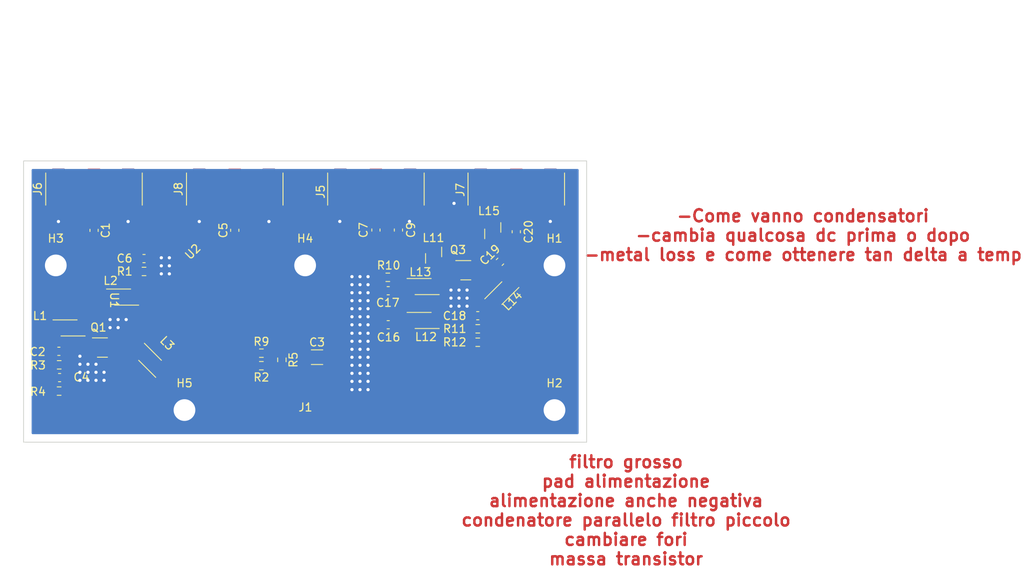
<source format=kicad_pcb>
(kicad_pcb (version 20211014) (generator pcbnew)
  (layers (0 "F.Cu" signal) (31 "B.Cu" power) (34 "B.Paste" user) (35 "F.Paste" user) (36 "B.SilkS" user "B.Silkscreen") (37 "F.SilkS" user "F.Silkscreen") (38 "B.Mask" user) (39 "F.Mask" user) (44 "Edge.Cuts" user))
  (net 0 "")
  (net 1 "/Amplifier1/RF1_IN")
  (net 2 "GND")
  (net 3 "/Amplifier1/DC1_2")
  (net 4 "/Amplifier1/RF1_IN_BM")
  (net 5 "/Amplifier1/DC1_1")
  (net 6 "/Amplifier1/RF1_OUT_AM")
  (net 7 "/Amplifier1/DC1_3")
  (net 8 "Net-(C7-Pad2)")
  (net 9 "/Amplifier1/RF1_OUT")
  (net 10 "/DC")
  (net 11 "/Amplifier1/RF1_OUT_BF")
  (net 12 "Net-(C16-Pad1)")
  (net 13 "Net-(C19-Pad2)")
  (net 14 "/Amplifier1/VCC")
  (net 15 "/Amplifier2/VCC")
  (net 16 "/Amplifier2/RF2_IN")
  (net 17 "/Amplifier2/DC2_3")
  (net 18 "/Amplifier2/DC2_1")
  (net 19 "/Amplifier2/RF2_OUT_BM")
  (net 20 "/Amplifier2/STAGE2_OUT")
  (net 21 "/Amplifier2/RF2_IN_AM")
  (net 22 "/Amplifier1/RF1_IN_AM")
  (net 23 "Net-(J1-Pad1)")
  (footprint "Capacitor_SMD:C_0603_1608Metric" (layer "F.Cu") (at 91.56 80.44 -90)
    (fp_text reference "C1" (at 0 -1.43 90) (layer "F.SilkS"))
    (fp_text value "100pF")
    (fp_line (start -0.14058 -0.51) (end 0.14058 -0.51) (layer "F.SilkS") (width 0.12))
    (fp_line (start -0.14058 0.51) (end 0.14058 0.51) (layer "F.SilkS") (width 0.12))
    (pad "1" smd roundrect (at -0.775 0 270) (size 0.9 0.95) (layers "F.Cu" "F.Paste" "F.Mask") (net 1 "/Amplifier1/RF1_IN"))
    (pad "2" smd roundrect (at 0.775 0 270) (size 0.9 0.95) (layers "F.Cu" "F.Paste" "F.Mask") (net 4 "/Amplifier1/RF1_IN_BM"))
  )
  (footprint "MountingHole:MountingHole_2.7mm_M2.5_DIN965_Pad_TopBottom" (layer "F.Cu") (at 102.8 102.8)
    (fp_text reference "H5" (at 0 -3.35) (layer "F.SilkS"))
    (fp_text value "MountingHole_Pad")
    (pad "1" thru_hole circle (at 0 0) (size 3.1 3.1) (drill 2.7) (layers *.Cu *.Mask) (net 2 "GND"))
    (pad "1" connect circle (at 0 0) (size 4.7 4.7) (layers "F.Cu" "F.Mask") (net 2 "GND"))
    (pad "1" connect circle (at 0 0) (size 4.7 4.7) (layers "B.Cu" "B.Mask") (net 2 "GND"))
  )
  (footprint "Nicobigio01:Linx_CONSMA003.031-L-G" (layer "F.Cu") (at 126.6 75.3 90)
    (fp_text reference "J5" (at -0.33 -6.88 90 unlocked) (layer "F.SilkS"))
    (fp_text value "AMP2_IN")
    (fp_line (start -2 6) (end 2 6) (layer "F.SilkS") (width 0.12))
    (fp_line (start 2 -6) (end -2 -6) (layer "F.SilkS") (width 0.12))
    (pad "1" smd rect (at 0 0 90) (size 5.08 1.52) (layers "F.Cu" "F.Paste" "F.Mask") (net 16 "/Amplifier2/RF2_IN"))
    (pad "2" smd rect (at 0 4.24 90) (size 5.08 1.52) (layers "B.Cu" "F.Paste" "F.Mask") (net 2 "GND"))
    (pad "2" smd rect (at 0 -4.42 90) (size 5.08 1.52) (layers "F.Cu" "F.Paste" "F.Mask") (net 2 "GND"))
    (pad "2" smd rect (at 0 -4.42 90) (size 5.08 1.52) (layers "B.Cu" "F.Paste" "F.Mask") (net 2 "GND"))
    (pad "2" smd rect (at 0 4.24 90) (size 5.08 1.52) (layers "F.Cu" "F.Paste" "F.Mask") (net 2 "GND"))
  )
  (footprint "MountingHole:MountingHole_2.7mm_M2.5_DIN965_Pad_TopBottom" (layer "F.Cu") (at 148.8 84.8)
    (fp_text reference "H1" (at 0 -3.35) (layer "F.SilkS"))
    (fp_text value "MountingHole_Pad")
    (pad "1" connect circle (at 0 0) (size 4.7 4.7) (layers "B.Cu" "B.Mask") (net 2 "GND"))
    (pad "1" connect circle (at 0 0) (size 4.7 4.7) (layers "F.Cu" "F.Mask") (net 2 "GND"))
    (pad "1" thru_hole circle (at 0 0) (size 3.1 3.1) (drill 2.7) (layers *.Cu *.Mask) (net 2 "GND"))
  )
  (footprint "Resistor_SMD:R_0603_1608Metric" (layer "F.Cu") (at 112.36 95.72)
    (fp_text reference "R9" (at 0 -1.43) (layer "F.SilkS"))
    (fp_text value "0Ω")
    (fp_line (start -0.237258 0.5225) (end 0.237258 0.5225) (layer "F.SilkS") (width 0.12))
    (fp_line (start -0.237258 -0.5225) (end 0.237258 -0.5225) (layer "F.SilkS") (width 0.12))
    (pad "1" smd roundrect (at -0.825 0) (size 0.8 0.95) (layers "F.Cu" "F.Paste" "F.Mask") (net 14 "/Amplifier1/VCC"))
    (pad "2" smd roundrect (at 0.825 0) (size 0.8 0.95) (layers "F.Cu" "F.Paste" "F.Mask") (net 10 "/DC"))
  )
  (footprint "Nicobigio01:Coilcraft_1606-xxLx" (layer "F.Cu") (at 132.47 87.43)
    (fp_text reference "L13" (at -0.35 -1.8 unlocked) (layer "F.SilkS"))
    (fp_text value "7.15nH")
    (fp_line (start -1 1) (end 2 1) (layer "F.SilkS") (width 0.12))
    (fp_line (start 1 -1) (end -2 -1) (layer "F.SilkS") (width 0.12))
    (pad "1" smd rect (at -1.83 0.51) (size 0.79 2.46) (layers "F.Cu" "F.Paste" "F.Mask") (net 17 "/Amplifier2/DC2_3"))
    (pad "2" smd rect (at 1.83 -0.51) (size 0.79 2.46) (layers "F.Cu" "F.Paste" "F.Mask") (net 21 "/Amplifier2/RF2_IN_AM"))
  )
  (footprint "Nicobigio01:Linx_CONSMA003.031-L-G" (layer "F.Cu") (at 91.55 75.3 90)
    (fp_text reference "J6" (at 0 -7 90 unlocked) (layer "F.SilkS"))
    (fp_text value "AMP3_IN")
    (fp_line (start 2 -6) (end -2 -6) (layer "F.SilkS") (width 0.12))
    (fp_line (start -2 6) (end 2 6) (layer "F.SilkS") (width 0.12))
    (pad "1" smd rect (at 0 0 90) (size 5.08 1.52) (layers "F.Cu" "F.Paste" "F.Mask") (net 1 "/Amplifier1/RF1_IN"))
    (pad "2" smd rect (at 0 4.24 90) (size 5.08 1.52) (layers "F.Cu" "F.Paste" "F.Mask") (net 2 "GND"))
    (pad "2" smd rect (at 0 4.24 90) (size 5.08 1.52) (layers "B.Cu" "F.Paste" "F.Mask") (net 2 "GND"))
    (pad "2" smd rect (at 0 -4.42 90) (size 5.08 1.52) (layers "F.Cu" "F.Paste" "F.Mask") (net 2 "GND"))
    (pad "2" smd rect (at 0 -4.42 90) (size 5.08 1.52) (layers "B.Cu" "F.Paste" "F.Mask") (net 2 "GND"))
  )
  (footprint "Resistor_SMD:R_0603_1608Metric" (layer "F.Cu") (at 114.91 96.55 -90)
    (fp_text reference "R5" (at 0 -1.43 90) (layer "F.SilkS"))
    (fp_text value "1Ω")
    (fp_line (start -0.237258 -0.5225) (end 0.237258 -0.5225) (layer "F.SilkS") (width 0.12))
    (fp_line (start -0.237258 0.5225) (end 0.237258 0.5225) (layer "F.SilkS") (width 0.12))
    (pad "1" smd roundrect (at -0.825 0 270) (size 0.8 0.95) (layers "F.Cu" "F.Paste" "F.Mask") (net 10 "/DC"))
    (pad "2" smd roundrect (at 0.825 0 270) (size 0.8 0.95) (layers "F.Cu" "F.Paste" "F.Mask") (net 23 "Net-(J1-Pad1)"))
  )
  (footprint "Nicobigio01:Coilcraft_1606-xxLx" (layer "F.Cu") (at 98.52 96.61 -45)
    (fp_text reference "L3" (at 0 -3 -45 unlocked) (layer "F.SilkS"))
    (fp_text value "7.15nH")
    (fp_line (start -1 1) (end 2 1) (layer "F.SilkS") (width 0.12))
    (fp_line (start 1 -1) (end -2 -1) (layer "F.SilkS") (width 0.12))
    (pad "1" smd rect (at -1.83 0.51 315) (size 0.79 2.46) (layers "F.Cu" "F.Paste" "F.Mask") (net 11 "/Amplifier1/RF1_OUT_BF"))
    (pad "2" smd rect (at 1.83 -0.51 315) (size 0.79 2.46) (layers "F.Cu" "F.Paste" "F.Mask") (net 5 "/Amplifier1/DC1_1"))
  )
  (footprint "Capacitor_SMD:C_0603_1608Metric" (layer "F.Cu") (at 129.4 80.4 90)
    (fp_text reference "C9" (at 0 1.55 90) (layer "F.SilkS"))
    (fp_text value "1.45pF")
    (fp_line (start -0.14058 -0.51) (end 0.14058 -0.51) (layer "F.SilkS") (width 0.12))
    (fp_line (start -0.14058 0.51) (end 0.14058 0.51) (layer "F.SilkS") (width 0.12))
    (pad "1" smd roundrect (at -0.775 0 90) (size 0.9 0.95) (layers "F.Cu" "F.Paste" "F.Mask") (net 8 "Net-(C7-Pad2)"))
    (pad "2" smd roundrect (at 0.775 0 90) (size 0.9 0.95) (layers "F.Cu" "F.Paste" "F.Mask") (net 2 "GND"))
  )
  (footprint "Nicobigio01:SOT-343" (layer "F.Cu") (at 92.6 95.02)
    (fp_text reference "Q1" (at -0.5 -2.5 unlocked) (layer "F.SilkS"))
    (fp_text value "BFP640")
    (fp_line (start -1.25 -1.2) (end 0.625 -1.2) (layer "F.SilkS") (width 0.12))
    (fp_line (start -0.625 1.2) (end 0.625 1.2) (layer "F.SilkS") (width 0.12))
    (pad "1" smd rect (at -1.01 -0.65) (size 0.58 0.5) (layers "F.Cu" "F.Paste" "F.Mask") (net 22 "/Amplifier1/RF1_IN_AM"))
    (pad "2" smd rect (at -1.01 0.5) (size 0.58 0.8) (layers "F.Cu" "F.Paste" "F.Mask") (net 2 "GND"))
    (pad "3" smd rect (at 1.01 0.65) (size 0.58 0.5) (layers "F.Cu" "F.Paste" "F.Mask") (net 11 "/Amplifier1/RF1_OUT_BF"))
    (pad "4" smd rect (at 1.01 -0.65) (size 0.58 0.5) (layers "F.Cu" "F.Paste" "F.Mask") (net 2 "GND"))
  )
  (footprint "Nicobigio01:SOT-343" (layer "F.Cu") (at 137.775 85.4)
    (fp_text reference "Q3" (at -0.975 -2.54 unlocked) (layer "F.SilkS"))
    (fp_text value "BFP640")
    (fp_line (start -0.625 1.2) (end 0.625 1.2) (layer "F.SilkS") (width 0.12))
    (fp_line (start -1.25 -1.2) (end 0.625 -1.2) (layer "F.SilkS") (width 0.12))
    (pad "1" smd rect (at -1.01 -0.65) (size 0.58 0.5) (layers "F.Cu" "F.Paste" "F.Mask") (net 21 "/Amplifier2/RF2_IN_AM"))
    (pad "2" smd rect (at -1.01 0.5) (size 0.58 0.8) (layers "F.Cu" "F.Paste" "F.Mask") (net 2 "GND"))
    (pad "3" smd rect (at 1.01 0.65) (size 0.58 0.5) (layers "F.Cu" "F.Paste" "F.Mask") (net 19 "/Amplifier2/RF2_OUT_BM"))
    (pad "4" smd rect (at 1.01 -0.65) (size 0.58 0.5) (layers "F.Cu" "F.Paste" "F.Mask") (net 2 "GND"))
  )
  (footprint "Capacitor_SMD:C_0603_1608Metric" (layer "F.Cu") (at 126.6 80.4 -90)
    (fp_text reference "C7" (at 0 1.55 90) (layer "F.SilkS"))
    (fp_text value "100pF")
    (fp_line (start -0.14058 -0.51) (end 0.14058 -0.51) (layer "F.SilkS") (width 0.12))
    (fp_line (start -0.14058 0.51) (end 0.14058 0.51) (layer "F.SilkS") (width 0.12))
    (pad "1" smd roundrect (at -0.775 0 270) (size 0.9 0.95) (layers "F.Cu" "F.Paste" "F.Mask") (net 16 "/Amplifier2/RF2_IN"))
    (pad "2" smd roundrect (at 0.775 0 270) (size 0.9 0.95) (layers "F.Cu" "F.Paste" "F.Mask") (net 8 "Net-(C7-Pad2)"))
  )
  (footprint "Capacitor_SMD:C_0603_1608Metric" (layer "F.Cu") (at 128.13 87.95 180)
    (fp_text reference "C17" (at 0.05 -1.49) (layer "F.SilkS"))
    (fp_text value "100pF")
    (fp_line (start -0.14058 -0.51) (end 0.14058 -0.51) (layer "F.SilkS") (width 0.12))
    (fp_line (start -0.14058 0.51) (end 0.14058 0.51) (layer "F.SilkS") (width 0.12))
    (pad "1" smd roundrect (at -0.775 0 180) (size 0.9 0.95) (layers "F.Cu" "F.Paste" "F.Mask") (net 17 "/Amplifier2/DC2_3"))
    (pad "2" smd roundrect (at 0.775 0 180) (size 0.9 0.95) (layers "F.Cu" "F.Paste" "F.Mask") (net 2 "GND"))
  )
  (footprint "Resistor_SMD:R_0603_1608Metric" (layer "F.Cu") (at 112.36 97.28)
    (fp_text reference "R2" (at 0 1.45) (layer "F.SilkS"))
    (fp_text value "0Ω")
    (fp_line (start -0.237258 -0.5225) (end 0.237258 -0.5225) (layer "F.SilkS") (width 0.12))
    (fp_line (start -0.237258 0.5225) (end 0.237258 0.5225) (layer "F.SilkS") (width 0.12))
    (pad "1" smd roundrect (at -0.825 0) (size 0.8 0.95) (layers "F.Cu" "F.Paste" "F.Mask") (net 15 "/Amplifier2/VCC"))
    (pad "2" smd roundrect (at 0.825 0) (size 0.8 0.95) (layers "F.Cu" "F.Paste" "F.Mask") (net 10 "/DC"))
  )
  (footprint "Capacitor_SMD:C_0603_1608Metric" (layer "F.Cu") (at 87.185 95.49)
    (fp_text reference "C2" (at -2.635 0.06) (layer "F.SilkS"))
    (fp_text value "100pF")
    (fp_line (start -0.14058 0.51) (end 0.14058 0.51) (layer "F.SilkS") (width 0.12))
    (fp_line (start -0.14058 -0.51) (end 0.14058 -0.51) (layer "F.SilkS") (width 0.12))
    (pad "1" smd roundrect (at -0.775 0) (size 0.9 0.95) (layers "F.Cu" "F.Paste" "F.Mask") (net 3 "/Amplifier1/DC1_2"))
    (pad "2" smd roundrect (at 0.775 0) (size 0.9 0.95) (layers "F.Cu" "F.Paste" "F.Mask") (net 2 "GND"))
  )
  (footprint "Resistor_SMD:R_0603_1608Metric" (layer "F.Cu") (at 97.77 85.55)
    (fp_text reference "R1" (at -2.4 0) (layer "F.SilkS"))
    (fp_text value "Ω")
    (fp_line (start -0.237258 0.5225) (end 0.237258 0.5225) (layer "F.SilkS") (width 0.12))
    (fp_line (start -0.237258 -0.5225) (end 0.237258 -0.5225) (layer "F.SilkS") (width 0.12))
    (pad "1" smd roundrect (at -0.825 0) (size 0.8 0.95) (layers "F.Cu" "F.Paste" "F.Mask") (net 7 "/Amplifier1/DC1_3"))
    (pad "2" smd roundrect (at 0.825 0) (size 0.8 0.95) (layers "F.Cu" "F.Paste" "F.Mask") (net 2 "GND"))
  )
  (footprint "Nicobigio01:Coilcraft_1606-xxLx" (layer "F.Cu") (at 132.47 91.65 180)
    (fp_text reference "L12" (at -0.35 -2.05 unlocked) (layer "F.SilkS"))
    (fp_text value "7.15nH")
    (fp_line (start -1 1) (end 2 1) (layer "F.SilkS") (width 0.12))
    (fp_line (start 1 -1) (end -2 -1) (layer "F.SilkS") (width 0.12))
    (pad "1" smd rect (at -1.83 0.51 180) (size 0.79 2.46) (layers "F.Cu" "F.Paste" "F.Mask") (net 21 "/Amplifier2/RF2_IN_AM"))
    (pad "2" smd rect (at 1.83 -0.51 180) (size 0.79 2.46) (layers "F.Cu" "F.Paste" "F.Mask") (net 12 "Net-(C16-Pad1)"))
  )
  (footprint "Resistor_SMD:R_0603_1608Metric" (layer "F.Cu") (at 139.26 92.69)
    (fp_text reference "R11" (at -2.86 0) (layer "F.SilkS"))
    (fp_text value "44kΩ")
    (fp_line (start -0.237258 -0.5225) (end 0.237258 -0.5225) (layer "F.SilkS") (width 0.12))
    (fp_line (start -0.237258 0.5225) (end 0.237258 0.5225) (layer "F.SilkS") (width 0.12))
    (pad "1" smd roundrect (at -0.825 0) (size 0.8 0.95) (layers "F.Cu" "F.Paste" "F.Mask") (net 12 "Net-(C16-Pad1)"))
    (pad "2" smd roundrect (at 0.825 0) (size 0.8 0.95) (layers "F.Cu" "F.Paste" "F.Mask") (net 18 "/Amplifier2/DC2_1"))
  )
  (footprint "Nicobigio01:Microwave_Single_Stub_Input" (layer "F.Cu") (at 91.58 89.13 -90)
    (fp_text reference "U1" (at 0 -2.5 -90 unlocked) (layer "F.SilkS"))
    (fp_text value "Single_Stub_Input")
    (fp_rect (start -0.86 0.86) (end 0.86 7.470891) (layer "F.Cu") (width 0) (fill solid))
    (fp_rect (start -0.5 -0.86) (end 0 0.86) (layer "F.Cu") (width 0) (fill solid))
    (pad "1" smd rect (at -1.5 0 270) (size 2 1.72) (layers "F.Cu") (net 4 "/Amplifier1/RF1_IN_BM"))
    (pad "2" smd rect (at 2.18 0) (size 1.72 4.36) (layers "F.Cu") (net 22 "/Amplifier1/RF1_IN_AM"))
  )
  (footprint "Nicobigio01:Linx_CONSMA003.031-L-G" (layer "F.Cu") (at 109.05 75.3 90)
    (fp_text reference "J8" (at 0 -7 90 unlocked) (layer "F.SilkS"))
    (fp_text value "AMP3_OUT")
    (fp_line (start 2 -6) (end -2 -6) (layer "F.SilkS") (width 0.12))
    (fp_line (start -2 6) (end 2 6) (layer "F.SilkS") (width 0.12))
    (pad "1" smd rect (at 0 0 90) (size 5.08 1.52) (layers "F.Cu" "F.Paste" "F.Mask") (net 9 "/Amplifier1/RF1_OUT"))
    (pad "2" smd rect (at 0 -4.42 90) (size 5.08 1.52) (layers "B.Cu" "F.Paste" "F.Mask") (net 2 "GND"))
    (pad "2" smd rect (at 0 4.24 90) (size 5.08 1.52) (layers "F.Cu" "F.Paste" "F.Mask") (net 2 "GND"))
    (pad "2" smd rect (at 0 4.24 90) (size 5.08 1.52) (layers "B.Cu" "F.Paste" "F.Mask") (net 2 "GND"))
    (pad "2" smd rect (at 0 -4.42 90) (size 5.08 1.52) (layers "F.Cu" "F.Paste" "F.Mask") (net 2 "GND"))
  )
  (footprint "Capacitor_SMD:C_0603_1608Metric" (layer "F.Cu") (at 97.77 83.95)
    (fp_text reference "C6" (at -2.42 -0.02) (layer "F.SilkS"))
    (fp_text value "100pF")
    (fp_line (start -0.14058 0.51) (end 0.14058 0.51) (layer "F.SilkS") (width 0.12))
    (fp_line (start -0.14058 -0.51) (end 0.14058 -0.51) (layer "F.SilkS") (width 0.12))
    (pad "1" smd roundrect (at -0.775 0) (size 0.9 0.95) (layers "F.Cu" "F.Paste" "F.Mask") (net 22 "/Amplifier1/RF1_IN_AM"))
    (pad "2" smd roundrect (at 0.775 0) (size 0.9 0.95) (layers "F.Cu" "F.Paste" "F.Mask") (net 2 "GND"))
  )
  (footprint "Nicobigio01:Linx_CONSMA003.031-L-G" (layer "F.Cu") (at 144.05 75.3 90)
    (fp_text reference "J7" (at -0.1 -6.96 90 unlocked) (layer "F.SilkS"))
    (fp_text value "AMP2_OUT")
    (fp_line (start -2 6) (end 2 6) (layer "F.SilkS") (width 0.12))
    (fp_line (start 2 -6) (end -2 -6) (layer "F.SilkS") (width 0.12))
    (pad "1" smd rect (at 0 0 90) (size 5.08 1.52) (layers "F.Cu" "F.Paste" "F.Mask") (net 20 "/Amplifier2/STAGE2_OUT"))
    (pad "2" smd rect (at 0 -4.42 90) (size 5.08 1.52) (layers "F.Cu" "F.Paste" "F.Mask") (net 2 "GND"))
    (pad "2" smd rect (at 0 -4.42 90) (size 5.08 1.52) (layers "B.Cu" "F.Paste" "F.Mask") (net 2 "GND"))
    (pad "2" smd rect (at 0 4.24 90) (size 5.08 1.52) (layers "F.Cu" "F.Paste" "F.Mask") (net 2 "GND"))
    (pad "2" smd rect (at 0 4.24 90) (size 5.08 1.52) (layers "B.Cu" "F.Paste" "F.Mask") (net 2 "GND"))
  )
  (footprint "Nicobigio01:Coilcraft_0906-xxLx" (layer "F.Cu") (at 133.775 83.525 -90)
    (fp_text reference "L11" (at -2.15 0.025 unlocked) (layer "F.SilkS"))
    (fp_text value "1.26nH")
    (fp_line (start 0.2 -1) (end -1 -1) (layer "F.SilkS") (width 0.12))
    (fp_line (start -0.2 1) (end 1 1) (layer "F.SilkS") (width 0.12))
    (pad "1" smd rect (at -0.915 0.51 270) (size 0.79 2.46) (layers "F.Cu" "F.Paste" "F.Mask") (net 8 "Net-(C7-Pad2)"))
    (pad "2" smd rect (at 0.915 -0.51 270) (size 0.79 2.46) (layers "F.Cu" "F.Paste" "F.Mask") (net 21 "/Amplifier2/RF2_IN_AM"))
  )
  (footprint "Capacitor_SMD:C_0603_1608Metric" (layer "F.Cu") (at 87.275 98.76)
    (fp_text reference "C4" (at 2.705 -0.05) (layer "F.SilkS"))
    (fp_text value "100pF")
    (fp_line (start -0.14058 0.51) (end 0.14058 0.51) (layer "F.SilkS") (width 0.12))
    (fp_line (start -0.14058 -0.51) (end 0.14058 -0.51) (layer "F.SilkS") (width 0.12))
    (pad "1" smd roundrect (at -0.775 0) (size 0.9 0.95) (layers "F.Cu" "F.Paste" "F.Mask") (net 5 "/Amplifier1/DC1_1"))
    (pad "2" smd roundrect (at 0.775 0) (size 0.9 0.95) (layers "F.Cu" "F.Paste" "F.Mask") (net 2 "GND"))
  )
  (footprint "MountingHole:MountingHole_2.7mm_M2.5_DIN965_Pad_TopBottom" (layer "F.Cu") (at 148.8 102.8)
    (fp_text reference "H2" (at 0 -3.35) (layer "F.SilkS"))
    (fp_text value "MountingHole_Pad")
    (pad "1" thru_hole circle (at 0 0) (size 3.1 3.1) (drill 2.7) (layers *.Cu *.Mask) (net 2 "GND"))
    (pad "1" connect circle (at 0 0) (size 4.7 4.7) (layers "B.Cu" "B.Mask") (net 2 "GND"))
    (pad "1" connect circle (at 0 0) (size 4.7 4.7) (layers "F.Cu" "F.Mask") (net 2 "GND"))
  )
  (footprint "Nicobigio01:Coilcraft_1606-xxLx" (layer "F.Cu") (at 142.256619 88.25 -135)
    (fp_text reference "L14" (at -0.25 -1.6 45 unlocked) (layer "F.SilkS"))
    (fp_text value "7.15nH")
    (fp_line (start -1 1) (end 2 1) (layer "F.SilkS") (width 0.12))
    (fp_line (start 1 -1) (end -2 -1) (layer "F.SilkS") (width 0.12))
    (pad "1" smd rect (at -1.83 0.51 225) (size 0.79 2.46) (layers "F.Cu" "F.Paste" "F.Mask") (net 19 "/Amplifier2/RF2_OUT_BM"))
    (pad "2" smd rect (at 1.83 -0.51 225) (size 0.79 2.46) (layers "F.Cu" "F.Paste" "F.Mask") (net 18 "/Amplifier2/DC2_1"))
  )
  (footprint "MountingHole:MountingHole_2.7mm_M2.5_DIN965_Pad_TopBottom" (layer "F.Cu") (at 86.8 84.8)
    (fp_text reference "H3" (at 0 -3.35) (layer "F.SilkS"))
    (fp_text value "MountingHole_Pad")
    (pad "1" connect circle (at 0 0) (size 4.7 4.7) (layers "F.Cu" "F.Mask") (net 2 "GND"))
    (pad "1" connect circle (at 0 0) (size 4.7 4.7) (layers "B.Cu" "B.Mask") (net 2 "GND"))
    (pad "1" thru_hole circle (at 0 0) (size 3.1 3.1) (drill 2.7) (layers *.Cu *.Mask) (net 2 "GND"))
  )
  (footprint "Nicobigio01:Coilcraft_1606-xxLx" (layer "F.Cu") (at 88.45 92.58)
    (fp_text reference "L1" (at -3.61 -1.5 unlocked) (layer "F.SilkS"))
    (fp_text value "7.15nH")
    (fp_line (start -1 1) (end 2 1) (layer "F.SilkS") (width 0.12))
    (fp_line (start 1 -1) (end -2 -1) (layer "F.SilkS") (width 0.12))
    (pad "1" smd rect (at -1.83 0.51) (size 0.79 2.46) (layers "F.Cu" "F.Paste" "F.Mask") (net 3 "/Amplifier1/DC1_2"))
    (pad "2" smd rect (at 1.83 -0.51) (size 0.79 2.46) (layers "F.Cu" "F.Paste" "F.Mask") (net 22 "/Amplifier1/RF1_IN_AM"))
  )
  (footprint "Capacitor_SMD:C_0603_1608Metric" (layer "F.Cu") (at 142.025 84.35 45)
    (fp_text reference "C19" (at -0.286378 -1.48846 45) (layer "F.SilkS"))
    (fp_text value "398fF")
    (fp_line (start -0.14058 0.51) (end 0.14058 0.51) (layer "F.SilkS") (width 0.12))
    (fp_line (start -0.14058 -0.51) (end 0.14058 -0.51) (layer "F.SilkS") (width 0.12))
    (pad "1" smd roundrect (at -0.775 0 45) (size 0.9 0.95) (layers "F.Cu" "F.Paste" "F.Mask") (net 19 "/Amplifier2/RF2_OUT_BM"))
    (pad "2" smd roundrect (at 0.775 0 45) (size 0.9 0.95) (layers "F.Cu" "F.Paste" "F.Mask") (net 13 "Net-(C19-Pad2)"))
  )
  (footprint "Capacitor_SMD:C_0603_1608Metric" (layer "F.Cu") (at 144.05 80.61 90)
    (fp_text reference "C20" (at 0 1.525 90) (layer "F.SilkS"))
    (fp_text value "100pF")
    (fp_line (start -0.14058 -0.51) (end 0.14058 -0.51) (layer "F.SilkS") (width 0.12))
    (fp_line (start -0.14058 0.51) (end 0.14058 0.51) (layer "F.SilkS") (width 0.12))
    (pad "1" smd roundrect (at -0.775 0 90) (size 0.9 0.95) (layers "F.Cu" "F.Paste" "F.Mask") (net 13 "Net-(C19-Pad2)"))
    (pad "2" smd roundrect (at 0.775 0 90) (size 0.9 0.95) (layers "F.Cu" "F.Paste" "F.Mask") (net 20 "/Amplifier2/STAGE2_OUT"))
  )
  (footprint "Nicobigio01:Coilcraft_0906-xxLx" (layer "F.Cu") (at 141.125 80.475 90)
    (fp_text reference "L15" (at 2.45 -0.475 unlocked) (layer "F.SilkS"))
    (fp_text value "1.78nH")
    (fp_line (start 0.2 -1) (end -1 -1) (layer "F.SilkS") (width 0.12))
    (fp_line (start -0.2 1) (end 1 1) (layer "F.SilkS") (width 0.12))
    (pad "1" smd rect (at -0.915 0.51 90) (size 0.79 2.46) (layers "F.Cu" "F.Paste" "F.Mask") (net 13 "Net-(C19-Pad2)"))
    (pad "2" smd rect (at 0.915 -0.51 90) (size 0.79 2.46) (layers "F.Cu" "F.Paste" "F.Mask") (net 2 "GND"))
  )
  (footprint "Resistor_SMD:R_0603_1608Metric" (layer "F.Cu") (at 87.225 97.17)
    (fp_text reference "R3" (at -2.645 0.06) (layer "F.SilkS"))
    (fp_text value "44kΩ")
    (fp_line (start -0.237258 -0.5225) (end 0.237258 -0.5225) (layer "F.SilkS") (width 0.12))
    (fp_line (start -0.237258 0.5225) (end 0.237258 0.5225) (layer "F.SilkS") (width 0.12))
    (pad "1" smd roundrect (at -0.825 0) (size 0.8 0.95) (layers "F.Cu" "F.Paste" "F.Mask") (net 3 "/Amplifier1/DC1_2"))
    (pad "2" smd roundrect (at 0.825 0) (size 0.8 0.95) (layers "F.Cu" "F.Paste" "F.Mask") (net 5 "/Amplifier1/DC1_1"))
  )
  (footprint "MountingHole:MountingHole_2.7mm_M2.5_DIN965_Pad_TopBottom" (layer "F.Cu") (at 117.8 84.8)
    (fp_text reference "H4" (at 0 -3.35) (layer "F.SilkS"))
    (fp_text value "MountingHole_Pad")
    (pad "1" thru_hole circle (at 0 0) (size 3.1 3.1) (drill 2.7) (layers *.Cu *.Mask) (net 2 "GND"))
    (pad "1" connect circle (at 0 0) (size 4.7 4.7) (layers "B.Cu" "B.Mask") (net 2 "GND"))
    (pad "1" connect circle (at 0 0) (size 4.7 4.7) (layers "F.Cu" "F.Mask") (net 2 "GND"))
  )
  (footprint "Capacitor_SMD:C_1206_3216Metric" (layer "F.Cu") (at 119.28 96.22)
    (fp_text reference "C3" (at 0 -1.85) (layer "F.SilkS"))
    (fp_text value "100nF")
    (fp_line (start -0.711252 0.91) (end 0.711252 0.91) (layer "F.SilkS") (width 0.12))
    (fp_line (start -0.711252 -0.91) (end 0.711252 -0.91) (layer "F.SilkS") (width 0.12))
    (pad "1" smd roundrect (at -1.475 0) (size 1.15 1.8) (layers "F.Cu" "F.Paste" "F.Mask") (roundrect_rratio 0.217391) (net 10 "/DC"))
    (pad "2" smd roundrect (at 1.475 0) (size 1.15 1.8) (layers "F.Cu" "F.Paste" "F.Mask") (roundrect_rratio 0.217391) (net 2 "GND"))
  )
  (footprint "Resistor_SMD:R_0603_1608Metric" (layer "F.Cu") (at 87.215 100.44)
    (fp_text reference "R4" (at -2.635 0.07) (layer "F.SilkS"))
    (fp_text value "375Ω")
    (fp_line (start -0.237258 0.5225) (end 0.237258 0.5225) (layer "F.SilkS") (width 0.12))
    (fp_line (start -0.237258 -0.5225) (end 0.237258 -0.5225) (layer "F.SilkS") (width 0.12))
    (pad "1" smd roundrect (at -0.825 0) (size 0.8 0.95) (layers "F.Cu" "F.Paste" "F.Mask") (net 14 "/Amplifier1/VCC"))
    (pad "2" smd roundrect (at 0.825 0) (size 0.8 0.95) (layers "F.Cu" "F.Paste" "F.Mask") (net 5 "/Amplifier1/DC1_1"))
  )
  (footprint "Capacitor_SMD:C_0603_1608Metric" (layer "F.Cu") (at 139.26 91.06 180)
    (fp_text reference "C18" (at 2.88 -0.02) (layer "F.SilkS"))
    (fp_text value "100pF")
    (fp_line (start -0.14058 0.51) (end 0.14058 0.51) (layer "F.SilkS") (width 0.12))
    (fp_line (start -0.14058 -0.51) (end 0.14058 -0.51) (layer "F.SilkS") (width 0.12))
    (pad "1" smd roundrect (at -0.775 0 180) (size 0.9 0.95) (layers "F.Cu" "F.Paste" "F.Mask") (net 18 "/Amplifier2/DC2_1"))
    (pad "2" smd roundrect (at 0.775 0 180) (size 0.9 0.95) (layers "F.Cu" "F.Paste" "F.Mask") (net 2 "GND"))
  )
  (footprint "Nicobigio01:Connector_Pad" (layer "F.Cu") (at 117.852 99.942)
    (fp_text reference "J1" (at -0.012 2.518 unlocked) (layer "F.SilkS"))
    (fp_text value "Conn_01x02_Male")
    (pad "1" smd rect (at -2 0) (size 3 3) (layers "F.Cu" "F.Paste" "F.Mask") (net 23 "Net-(J1-Pad1)"))
    (pad "2" smd rect (at 2 0) (size 3 3) (layers "F.Cu" "F.Paste" "F.Mask") (net 2 "GND"))
  )
  (footprint "Nicobigio01:Coilcraft_1606-xxLx" (layer "F.Cu") (at 95.11 88.74 180)
    (fp_text reference "L2" (at 1.5 2.04 unlocked) (layer "F.SilkS"))
    (fp_text value "7.15nH")
    (fp_line (start -1 1) (end 2 1) (layer "F.SilkS") (width 0.12))
    (fp_line (start 1 -1) (end -2 -1) (layer "F.SilkS") (width 0.12))
    (pad "1" smd rect (at -1.83 0.51 180) (size 0.79 2.46) (layers "F.Cu" "F.Paste" "F.Mask") (net 7 "/Amplifier1/DC1_3"))
    (pad "2" smd rect (at 1.83 -0.51 180) (size 0.79 2.46) (layers "F.Cu" "F.Paste" "F.Mask") (net 22 "/Amplifier1/RF1_IN_AM"))
  )
  (footprint "Capacitor_SMD:C_0603_1608Metric" (layer "F.Cu") (at 109.05 80.43 90)
    (fp_text reference "C5" (at 0 -1.43 90) (layer "F.SilkS"))
    (fp_text value "100pF")
    (fp_line (start -0.14058 -0.51) (end 0.14058 -0.51) (layer "F.SilkS") (width 0.12))
    (fp_line (start -0.14058 0.51) (end 0.14058 0.51) (layer "F.SilkS") (width 0.12))
    (pad "1" smd roundrect (at -0.775 0 90) (size 0.9 0.95) (layers "F.Cu" "F.Paste" "F.Mask") (net 6 "/Amplifier1/RF1_OUT_AM"))
    (pad "2" smd roundrect (at 0.775 0 90) (size 0.9 0.95) (layers "F.Cu" "F.Paste" "F.Mask") (net 9 "/Amplifier1/RF1_OUT"))
  )
  (footprint "Resistor_SMD:R_0603_1608Metric" (layer "F.Cu") (at 128.08 86.28 180)
    (fp_text reference "R10" (at -0.1 1.48) (layer "F.SilkS"))
    (fp_text value "Ω")
    (fp_line (start -0.237258 -0.5225) (end 0.237258 -0.5225) (layer "F.SilkS") (width 0.12))
    (fp_line (start -0.237258 0.5225) (end 0.237258 0.5225) (layer "F.SilkS") (width 0.12))
    (pad "1" smd roundrect (at -0.825 0 180) (size 0.8 0.95) (layers "F.Cu" "F.Paste" "F.Mask") (net 17 "/Amplifier2/DC2_3"))
    (pad "2" smd roundrect (at 0.825 0 180) (size 0.8 0.95) (layers "F.Cu" "F.Paste" "F.Mask") (net 2 "GND"))
  )
  (footprint "Nicobigio01:Microwave_SIngle_Stub_Output" (layer "F.Cu") (at 105.608641 84.861359 45)
    (fp_text reference "U2" (at 0 -2.5 45 unlocked) (layer "F.SilkS"))
    (fp_text value "Single_Stub_Output")
    (fp_rect (start -0.86 0.86) (end 0.86 6.58233) (layer "F.Cu") (width 0) (fill solid))
    (fp_rect (start -1.71216 -0.86) (end 0.5 0.86) (layer "F.Cu") (width 0) (fill solid))
    (pad "1" smd rect (at -8.35608 0 225) (size 13.71216 1.72) (layers "F.Cu") (net 11 "/Amplifier1/RF1_OUT_BF"))
    (pad "2" smd rect (at 1.75 0 135) (size 1.72 2.5) (layers "F.Cu") (net 6 "/Amplifier1/RF1_OUT_AM"))
  )
  (footprint "Resistor_SMD:R_0603_1608Metric" (layer "F.Cu") (at 139.26 94.36)
    (fp_text reference "R12" (at -2.87 0) (layer "F.SilkS"))
    (fp_text value "375Ω")
    (fp_line (start -0.237258 -0.5225) (end 0.237258 -0.5225) (layer "F.SilkS") (width 0.12))
    (fp_line (start -0.237258 0.5225) (end 0.237258 0.5225) (layer "F.SilkS") (width 0.12))
    (pad "1" smd roundrect (at -0.825 0) (size 0.8 0.95) (layers "F.Cu" "F.Paste" "F.Mask") (net 15 "/Amplifier2/VCC"))
    (pad "2" smd roundrect (at 0.825 0) (size 0.8 0.95) (layers "F.Cu" "F.Paste" "F.Mask") (net 18 "/Amplifier2/DC2_1"))
  )
  (footprint "Capacitor_SMD:C_0603_1608Metric" (layer "F.Cu") (at 128.13 92.18 180)
    (fp_text reference "C16" (at -0.04 -1.56) (layer "F.SilkS"))
    (fp_text value "100pF")
    (fp_line (start -0.14058 -0.51) (end 0.14058 -0.51) (layer "F.SilkS") (width 0.12))
    (fp_line (start -0.14058 0.51) (end 0.14058 0.51) (layer "F.SilkS") (width 0.12))
    (pad "1" smd roundrect (at -0.775 0 180) (size 0.9 0.95) (layers "F.Cu" "F.Paste" "F.Mask") (net 12 "Net-(C16-Pad1)"))
    (pad "2" smd roundrect (at 0.775 0 180) (size 0.9 0.95) (layers "F.Cu" "F.Paste" "F.Mask") (net 2 "GND"))
  )
  (gr_rect locked (start 82.8 71.8) (end 152.8 106.8) (layer "Edge.Cuts") (width 0.1) (fill none))
  (gr_text "-Come vanno condensatori\n-cambia qualcosa dc prima o dopo\n-metal loss e come ottenere tan delta a temp" (at 179.7 81.05) (layer "F.Cu") (effects (font (size 1.5 1.5) (thickness 0.3))))
  (gr_text "filtro grosso\npad alimentazione\nalimentazione anche negativa\ncondenatore parallelo filtro piccolo\ncambiare fori\nmassa transistor" (at 157.7 115.28) (layer "F.Cu") (effects (font (size 1.5 1.5) (thickness 0.3))))
  (segment (start 91.56 75.31) (end 91.55 75.3) (width 1.7) (layer "F.Cu") (net 1))
  (segment (start 91.56 79.665) (end 91.56 75.31) (width 1.7) (layer "F.Cu") (net 1))
  (segment (start 139.63 78.575) (end 140.615 79.56) (width 0.4) (layer "F.Cu") (net 2))
  (segment (start 139.63 75.3) (end 139.63 78.575) (width 0.4) (layer "F.Cu") (net 2))
  (via (at 125.62 97.23) (size 0.8) (drill 0.4) (layers "F.Cu" "B.Cu") (net 2))
  (via (at 94.55 91.54) (size 0.8) (drill 0.4) (layers "F.Cu" "B.Cu") (net 2))
  (via (at 125.62 88.2) (size 0.8) (drill 0.4) (layers "F.Cu" "B.Cu") (net 2))
  (via (at 135.93 87.87) (size 0.8) (drill 0.4) (layers "F.Cu" "B.Cu") (net 2))
  (via (at 90.8 98.1) (size 0.8) (drill 0.4) (layers "F.Cu" "B.Cu") (net 2))
  (via (at 99.92 83.85) (size 0.8) (drill 0.4) (layers "F.Cu" "B.Cu") (net 2))
  (via (at 124.62 90.19) (size 0.8) (drill 0.4) (layers "F.Cu" "B.Cu") (net 2))
  (via (at 92.8 98.1) (size 0.8) (drill 0.4) (layers "F.Cu" "B.Cu") (net 2))
  (via (at 90.8 99.1) (size 0.8) (drill 0.4) (layers "F.Cu" "B.Cu") (net 2))
  (via (at 124.62 95.24) (size 0.8) (drill 0.4) (layers "F.Cu" "B.Cu") (net 2))
  (via (at 91.8 97.1) (size 0.8) (drill 0.4) (layers "F.Cu" "B.Cu") (net 2))
  (via (at 100.92 84.85) (size 0.8) (drill 0.4) (layers "F.Cu" "B.Cu") (net 2))
  (via (at 123.62 91.19) (size 0.8) (drill 0.4) (layers "F.Cu" "B.Cu") (net 2))
  (via (at 125.62 92.19) (size 0.8) (drill 0.4) (layers "F.Cu" "B.Cu") (net 2))
  (via (at 123.62 100.26) (size 0.8) (drill 0.4) (layers "F.Cu" "B.Cu") (net 2))
  (via (at 93.55 92.54) (size 0.8) (drill 0.4) (layers "F.Cu" "B.Cu") (net 2))
  (via (at 95.55 91.54) (size 0.8) (drill 0.4) (layers "F.Cu" "B.Cu") (net 2))
  (via (at 124.62 99.23) (size 0.8) (drill 0.4) (layers "F.Cu" "B.Cu") (net 2))
  (via (at 137.93 87.87) (size 0.8) (drill 0.4) (layers "F.Cu" "B.Cu") (net 2))
  (via (at 125.62 90.19) (size 0.8) (drill 0.4) (layers "F.Cu" "B.Cu") (net 2))
  (via (at 137.93 88.87) (size 0.8) (drill 0.4) (layers "F.Cu" "B.Cu") (net 2))
  (via (at 99.92 85.85) (size 0.8) (drill 0.4) (layers "F.Cu" "B.Cu") (net 2))
  (via (at 124.62 93.24) (size 0.8) (drill 0.4) (layers "F.Cu" "B.Cu") (net 2))
  (via (at 124.62 88.2) (size 0.8) (drill 0.4) (layers "F.Cu" "B.Cu") (net 2))
  (via (at 125.62 93.24) (size 0.8) (drill 0.4) (layers "F.Cu" "B.Cu") (net 2))
  (via (at 124.62 98.23) (size 0.8) (drill 0.4) (layers "F.Cu" "B.Cu") (net 2))
  (via (at 124.62 96.23) (size 0.8) (drill 0.4) (layers "F.Cu" "B.Cu") (net 2))
  (via (at 93.55 91.54) (size 0.8) (drill 0.4) (layers "F.Cu" "B.Cu") (net 2))
  (via (at 135.93 89.87) (size 0.8) (drill 0.4) (layers "F.Cu" "B.Cu") (net 2))
  (via (at 124.62 92.19) (size 0.8) (drill 0.4) (layers "F.Cu" "B.Cu") (net 2))
  (via (at 123.62 92.19) (size 0.8) (drill 0.4) (layers "F.Cu" "B.Cu") (net 2))
  (via (at 125.62 100.26) (size 0.8) (drill 0.4) (layers "F.Cu" "B.Cu") (net 2))
  (via (at 92.8 99.1) (size 0.8) (drill 0.4) (layers "F.Cu" "B.Cu") (net 2))
  (via (at 124.62 97.23) (size 0.8) (drill 0.4) (layers "F.Cu" "B.Cu") (net 2))
  (via (at 137.93 89.87) (size 0.8) (drill 0.4) (layers "F.Cu" "B.Cu") (net 2))
  (via (at 124.62 100.26) (size 0.8) (drill 0.4) (layers "F.Cu" "B.Cu") (net 2))
  (via (at 100.92 83.85) (size 0.8) (drill 0.4) (layers "F.Cu" "B.Cu") (net 2))
  (via (at 125.62 99.23) (size 0.8) (drill 0.4) (layers "F.Cu" "B.Cu") (net 2))
  (via (at 125.62 96.23) (size 0.8) (drill 0.4) (layers "F.Cu" "B.Cu") (net 2))
  (via (at 89.8 98.1) (size 0.8) (drill 0.4) (layers "F.Cu" "B.Cu") (net 2))
  (via (at 125.62 98.23) (size 0.8) (drill 0.4) (layers "F.Cu" "B.Cu") (net 2))
  (via (at 136.93 87.87) (size 0.8) (drill 0.4) (layers "F.Cu" "B.Cu") (net 2))
  (via (at 123.62 88.2) (size 0.8) (drill 0.4) (layers "F.Cu" "B.Cu") (net 2))
  (via (at 87.13 79.34) (size 0.8) (drill 0.4) (layers "F.Cu" "B.Cu") (net 2))
  (via (at 125.62 89.19) (size 0.8) (drill 0.4) (layers "F.Cu" "B.Cu") (net 2))
  (via (at 124.62 87.2) (size 0.8) (drill 0.4) (layers "F.Cu" "B.Cu") (net 2))
  (via (at 122.11 79.33) (size 0.8) (drill 0.4) (layers "F.Cu" "B.Cu") (net 2))
  (via (at 123.62 86.2) (size 0.8) (drill 0.4) (layers "F.Cu" "B.Cu") (net 2))
  (via (at 89.8 99.1) (size 0.8) (drill 0.4) (layers "F.Cu" "B.Cu") (net 2))
  (via (at 130.77 79.33) (size 0.8) (drill 0.4) (layers "F.Cu" "B.Cu") (net 2))
  (via (at 125.62 91.19) (size 0.8) (drill 0.4) (layers "F.Cu" "B.Cu") (net 2))
  (via (at 148.28 79.33) (size 0.8) (drill 0.4) (layers "F.Cu" "B.Cu") (net 2))
  (via (at 136.31 77.08) (size 0.8) (drill 0.4) (layers "F.Cu" "B.Cu") (net 2))
  (via (at 123.62 99.23) (size 0.8) (drill 0.4) (layers "F.Cu" "B.Cu") (net 2))
  (via (at 94.55 92.54) (size 0.8) (drill 0.4) (layers "F.Cu" "B.Cu") (net 2))
  (via (at 123.62 87.2) (size 0.8) (drill 0.4) (layers "F.Cu" "B.Cu") (net 2))
  (via (at 124.62 86.2) (size 0.8) (drill 0.4) (layers "F.Cu" "B.Cu") (net 2))
  (via (at 135.93 88.87) (size 0.8) (drill 0.4) (layers "F.Cu" "B.Cu") (net 2))
  (via (at 104.64 79.34) (size 0.8) (drill 0.4) (layers "F.Cu" "B.Cu") (net 2))
  (via (at 113.3 79.34) (size 0.8) (drill 0.4) (layers "F.Cu" "B.Cu") (net 2))
  (via (at 123.62 94.24) (size 0.8) (drill 0.4) (layers "F.Cu" "B.Cu") (net 2))
  (via (at 125.62 86.2) (size 0.8) (drill 0.4) (layers "F.Cu" "B.Cu") (net 2))
  (via (at 136.93 89.87) (size 0.8) (drill 0.4) (layers "F.Cu" "B.Cu") (net 2))
  (via (at 123.62 95.24) (size 0.8) (drill 0.4) (layers "F.Cu" "B.Cu") (net 2))
  (via (at 124.62 89.19) (size 0.8) (drill 0.4) (layers "F.Cu" "B.Cu") (net 2))
  (via (at 100.92 85.85) (size 0.8) (drill 0.4) (layers "F.Cu" "B.Cu") (net 2))
  (via (at 89.8 96.1) (size 0.8) (drill 0.4) (layers "F.Cu" "B.Cu") (net 2))
  (via (at 136.93 88.87) (size 0.8) (drill 0.4) (layers "F.Cu" "B.Cu") (net 2))
  (via (at 90.8 97.1) (size 0.8) (drill 0.4) (layers "F.Cu" "B.Cu") (net 2))
  (via (at 123.62 93.24) (size 0.8) (drill 0.4) (layers "F.Cu" "B.Cu") (net 2))
  (via (at 89.8 97.1) (size 0.8) (drill 0.4) (layers "F.Cu" "B.Cu") (net 2))
  (via (at 124.62 91.19) (size 0.8) (drill 0.4) (layers "F.Cu" "B.Cu") (net 2))
  (via (at 95.79 79.34) (size 0.8) (drill 0.4) (layers "F.Cu" "B.Cu") (net 2))
  (via (at 125.62 94.24) (size 0.8) (drill 0.4) (layers "F.Cu" "B.Cu") (net 2))
  (via (at 123.62 97.23) (size 0.8) (drill 0.4) (layers "F.Cu" "B.Cu") (net 2))
  (via (at 125.62 95.24) (size 0.8) (drill 0.4) (layers "F.Cu" "B.Cu") (net 2))
  (via (at 91.8 98.1) (size 0.8) (drill 0.4) (layers "F.Cu" "B.Cu") (net 2))
  (via (at 123.62 89.19) (size 0.8) (drill 0.4) (layers "F.Cu" "B.Cu") (net 2))
  (via (at 124.62 94.24) (size 0.8) (drill 0.4) (layers "F.Cu" "B.Cu") (net 2))
  (via (at 123.62 96.23) (size 0.8) (drill 0.4) (layers "F.Cu" "B.Cu") (net 2))
  (via (at 99.92 84.85) (size 0.8) (drill 0.4) (layers "F.Cu" "B.Cu") (net 2))
  (via (at 123.62 98.23) (size 0.8) (drill 0.4) (layers "F.Cu" "B.Cu") (net 2))
  (via (at 125.62 87.2) (size 0.8) (drill 0.4) (layers "F.Cu" "B.Cu") (net 2))
  (via (at 91.8 99.1) (size 0.8) (drill 0.4) (layers "F.Cu" "B.Cu") (net 2))
  (via (at 123.62 90.19) (size 0.8) (drill 0.4) (layers "F.Cu" "B.Cu") (net 2))
  (segment (start 86.41 93.3) (end 86.62 93.09) (width 0.4) (layer "F.Cu") (net 3))
  (segment (start 86.4 95.5) (end 86.41 95.49) (width 0.4) (layer "F.Cu") (net 3))
  (segment (start 86.405 95.485) (end 86.41 95.49) (width 0.4) (layer "F.Cu") (net 3))
  (segment (start 86.4 97.17) (end 86.4 95.5) (width 0.4) (layer "F.Cu") (net 3))
  (segment (start 86.41 95.49) (end 86.41 93.3) (width 0.4) (layer "F.Cu") (net 3))
  (segment (start 91.58 87.58) (end 91.57 87.58) (width 1.7) (layer "F.Cu") (net 4))
  (segment (start 91.56 88.23) (end 91.56 81.565) (width 1.7) (layer "F.Cu") (net 4))
  (segment (start 86.5 98.9) (end 88.04 100.44) (width 0.4) (layer "F.Cu") (net 5))
  (segment (start 97.278011 100.44) (end 100.17463 97.543381) (width 0.4) (layer "F.Cu") (net 5))
  (segment (start 86.5 98.76) (end 86.5 98.9) (width 0.4) (layer "F.Cu") (net 5))
  (segment (start 88.04 100.44) (end 97.278011 100.44) (width 0.4) (layer "F.Cu") (net 5))
  (segment (start 86.5 98.72) (end 88.05 97.17) (width 0.4) (layer "F.Cu") (net 5))
  (segment (start 86.5 98.76) (end 86.5 98.72) (width 0.4) (layer "F.Cu") (net 5))
  (segment (start 109.05 81.42) (end 106.846078 83.623922) (width 1.7) (layer "F.Cu") (net 6))
  (segment (start 109.05 81.205) (end 109.05 81.42) (width 1.7) (layer "F.Cu") (net 6))
  (segment (start 96.94 88.23) (end 96.94 85.79) (width 0.4) (layer "F.Cu") (net 7))
  (segment (start 129.225 82.6) (end 133.255 82.6) (width 1.7) (layer "F.Cu") (net 8))
  (segment (start 129.025 82.6) (end 129.225 82.6) (width 1.7) (layer "F.Cu") (net 8))
  (segment (start 126.6 81.175) (end 127.317892 81.892893) (width 1.7) (layer "F.Cu") (net 8))
  (segment (start 129.4 82.425) (end 129.225 82.6) (width 1.7) (layer "F.Cu") (net 8))
  (segment (start 133.255 82.6) (end 133.265 82.61) (width 1.7) (layer "F.Cu") (net 8))
  (segment (start 129.4 81.175) (end 129.4 82.425) (width 1.7) (layer "F.Cu") (net 8))
  (arc (start 129.025 82.6) (mid 128.101119 82.416228) (end 127.317892 81.892893) (width 1.7) (layer "F.Cu") (net 8))
  (segment (start 109.05 75.3) (end 109.05 79.305) (width 1.7) (layer "F.Cu") (net 9))
  (segment (start 114.91 95.725) (end 117.31 95.725) (width 0.4) (layer "F.Cu") (net 10))
  (segment (start 113.185 95.72) (end 113.185 97.28) (width 0.4) (layer "F.Cu") (net 10))
  (segment (start 117.31 95.725) (end 117.805 96.22) (width 0.4) (layer "F.Cu") (net 10))
  (segment (start 113.185 95.72) (end 114.905 95.72) (width 0.4) (layer "F.Cu") (net 10))
  (segment (start 114.905 95.72) (end 114.91 95.725) (width 0.4) (layer "F.Cu") (net 10))
  (segment (start 93.616619 95.676619) (end 93.61 95.67) (width 1.7) (layer "F.Cu") (net 11))
  (segment (start 93.61 95.67) (end 94.8 95.67) (width 1.7) (layer "F.Cu") (net 11))
  (segment (start 94.8 95.67) (end 99.7 90.77) (width 1.7) (layer "F.Cu") (net 11))
  (segment (start 96.86537 95.676619) (end 93.616619 95.676619) (width 0.4) (layer "F.Cu") (net 11))
  (segment (start 135.01 94.14) (end 131.13 94.14) (width 0.4) (layer "F.Cu") (net 12))
  (segment (start 130.64 93.65) (end 130.64 92.16) (width 0.4) (layer "F.Cu") (net 12))
  (segment (start 136.46 92.69) (end 135.01 94.14) (width 0.4) (layer "F.Cu") (net 12))
  (segment (start 128.905 92.18) (end 130.62 92.18) (width 0.4) (layer "F.Cu") (net 12))
  (segment (start 131.13 94.14) (end 130.64 93.65) (width 0.4) (layer "F.Cu") (net 12))
  (segment (start 138.435 92.69) (end 136.46 92.69) (width 0.4) (layer "F.Cu") (net 12))
  (segment (start 130.62 92.18) (end 130.64 92.16) (width 0.4) (layer "F.Cu") (net 12))
  (segment (start 144.05 81.385) (end 142 81.385) (width 1.7) (layer "F.Cu") (net 13))
  (segment (start 144.045 81.39) (end 144.05 81.385) (width 1.7) (layer "F.Cu") (net 13))
  (segment (start 144.05 81.825) (end 144.05 81.385) (width 1.7) (layer "F.Cu") (net 13))
  (segment (start 143.696446 82.678553) (end 142.820495 83.554505) (width 1.7) (layer "F.Cu") (net 13))
  (arc (start 143.696446 82.678553) (mid 143.958113 82.286939) (end 144.049999 81.824999) (width 1.7) (layer "F.Cu") (net 13))
  (segment (start 86.39 101.2) (end 87.17 101.98) (width 0.4) (layer "F.Cu") (net 14))
  (segment (start 104.3 95.72) (end 111.535 95.72) (width 0.4) (layer "F.Cu") (net 14))
  (segment (start 98.04 101.98) (end 104.3 95.72) (width 0.4) (layer "F.Cu") (net 14))
  (segment (start 87.17 101.98) (end 98.04 101.98) (width 0.4) (layer "F.Cu") (net 14))
  (segment (start 86.39 100.44) (end 86.39 101.2) (width 0.4) (layer "F.Cu") (net 14))
  (segment (start 138.435 100.495) (end 138.435 94.36) (width 0.4) (layer "F.Cu") (net 15))
  (segment (start 111.535 101.055) (end 113.66 103.18) (width 0.4) (layer "F.Cu") (net 15))
  (segment (start 135.75 103.18) (end 138.435 100.495) (width 0.4) (layer "F.Cu") (net 15))
  (segment (start 111.535 97.28) (end 111.535 101.055) (width 0.4) (layer "F.Cu") (net 15))
  (segment (start 113.66 103.18) (end 135.75 103.18) (width 0.4) (layer "F.Cu") (net 15))
  (segment (start 126.6 75.3) (end 126.6 79.274999) (width 1.7) (layer "F.Cu") (net 16))
  (segment (start 128.905 87.95) (end 130.63 87.95) (width 0.4) (layer "F.Cu") (net 17))
  (segment (start 130.63 87.95) (end 130.64 87.94) (width 0.4) (layer "F.Cu") (net 17))
  (segment (start 128.905 86.28) (end 128.905 87.93) (width 0.4) (layer "F.Cu") (net 17))
  (segment (start 140.025 92.78) (end 140.025 91.07) (width 0.4) (layer "F.Cu") (net 18))
  (segment (start 141.323238 89.90463) (end 141.19037 89.90463) (width 0.4) (layer "F.Cu") (net 18))
  (segment (start 141.19037 89.90463) (end 140.035 91.06) (width 0.4) (layer "F.Cu") (net 18))
  (segment (start 140.025 91.07) (end 140.035 91.06) (width 0.4) (layer "F.Cu") (net 18))
  (segment (start 140.025 94.53) (end 140.025 92.78) (width 0.4) (layer "F.Cu") (net 18))
  (segment (start 141.032106 85.342893) (end 141.476992 84.898008) (width 1.7) (layer "F.Cu") (net 19))
  (segment (start 143.174354 86.59537) (end 141.476992 84.898008) (width 0.4) (layer "F.Cu") (net 19))
  (segment (start 139.325 86.05) (end 138.785 86.05) (width 1.7) (layer "F.Cu") (net 19))
  (segment (start 138.8 86.065) (end 138.785 86.05) (width 1.7) (layer "F.Cu") (net 19))
  (arc (start 139.325 86.05) (mid 140.248878 85.866228) (end 141.032105 85.342892) (width 1.7) (layer "F.Cu") (net 19))
  (segment (start 144.05 75.3) (end 144.05 79.485) (width 1.7) (layer "F.Cu") (net 20))
  (segment (start 134.295 84.45) (end 136.765 84.45) (width 1.7) (layer "F.Cu") (net 21))
  (segment (start 134.3 91.14) (end 134.3 84.455) (width 0.4) (layer "F.Cu") (net 21))
  (segment (start 134.285 84.44) (end 134.295 84.45) (width 1.7) (layer "F.Cu") (net 21))
  (segment (start 94.62 83.95) (end 93.28 85.29) (width 0.4) (layer "F.Cu") (net 22))
  (segment (start 96.995 83.95) (end 94.62 83.95) (width 0.4) (layer "F.Cu") (net 22))
  (segment (start 93.28 85.29) (end 93.28 89.25) (width 0.4) (layer "F.Cu") (net 22))
  (segment (start 91.744924 91.31) (end 91.58 91.31) (width 1.7) (layer "F.Cu") (net 22))
  (segment (start 91.59 91.32) (end 91.59 94.07) (width 1.7) (layer "F.Cu") (net 22))
  (segment (start 90.28 92.07) (end 90.82 92.07) (width 0.4) (layer "F.Cu") (net 22))
  (segment (start 91.58 91.31) (end 91.59 91.32) (width 1.7) (layer "F.Cu") (net 22))
  (segment (start 91.58 91.31) (end 93.325076 89.564924) (width 0.4) (layer "F.Cu") (net 22))
  (segment (start 93.325076 89.564924) (end 93.49 89.564924) (width 0.4) (layer "F.Cu") (net 22))
  (segment (start 115.852 98.317) (end 114.91 97.375) (width 0.4) (layer "F.Cu") (net 23))
  (segment (start 115.852 99.942) (end 115.852 98.317) (width 0.4) (layer "F.Cu") (net 23))
  (zone (net 2) (net_name "GND") (layer "F.Cu") (connect_pads yes (clearance 0.508)) (min_thickness 0.254) (fill yes (thermal_gap 0.508) (thermal_bridge_width 0.508))
    (polygon (pts (xy 131.52 80.05) (xy 130.04 80.08) (xy 128.92 80.08) (xy 128.92 78.88) (xy 130.11 78.88) (xy 131.52 78.88)))
  )
  (zone (net 2) (net_name "GND") (layer "F.Cu") (connect_pads yes (clearance 0.508)) (min_thickness 0.254) (fill yes (thermal_gap 0.508) (thermal_bridge_width 0.508))
    (polygon (pts (xy 89.18 99.24) (xy 87.59 99.24) (xy 87.59 98.28) (xy 89.18 98.28)))
  )
  (zone (net 2) (net_name "GND") (layer "F.Cu") (connect_pads yes (clearance 0.508)) (min_thickness 0.254) (fill yes (thermal_gap 0.508) (thermal_bridge_width 0.508))
    (polygon (pts (xy 149.04 80.05) (xy 147.52 80.05) (xy 147.52 75.29) (xy 149.04 75.29)))
  )
  (zone (net 2) (net_name "GND") (layer "F.Cu") (connect_pads yes (clearance 0.508)) (min_thickness 0.254) (fill yes (thermal_gap 0.508) (thermal_bridge_width 0.508))
    (polygon (pts (xy 114.06 80.06) (xy 112.54 80.06) (xy 112.54 75.3) (xy 114.06 75.3)))
  )
  (zone (net 2) (net_name "GND") (layer "F.Cu") (connect_pads yes (clearance 0.508)) (min_thickness 0.254) (fill yes (thermal_gap 0.508) (thermal_bridge_width 0.508))
    (polygon (pts (xy 131.53 80.05) (xy 130.01 80.05) (xy 130.01 75.29) (xy 131.53 75.29)))
  )
  (zone (net 2) (net_name "GND") (layer "F.Cu") (connect_pads yes (clearance 0.508)) (min_thickness 0.254) (fill yes (thermal_gap 0.508) (thermal_bridge_width 0.508))
    (polygon (pts (xy 96.1 92.34) (xy 93.9 94.62) (xy 93.32 94.62) (xy 93.01 93.9) (xy 93.01 90.99) (xy 96.1 90.99)))
  )
  (zone (net 2) (net_name "GND") (layer "F.Cu") (connect_pads yes (clearance 0.508)) (min_thickness 0.254) (fill yes (thermal_gap 0.508) (thermal_bridge_width 0.508))
    (polygon (pts (xy 91.22 95.12) (xy 91.88 95.12) (xy 91.88 95.97) (xy 93.59 97.68) (xy 93.59 99.68) (xy 89.15 99.68) (xy 89.15 95.97) (xy 87.51 95.97) (xy 87.51 95.01) (xy 91.11 95.02)))
  )
  (zone (net 2) (net_name "GND") (layer "F.Cu") (connect_pads yes (clearance 0.508)) (min_thickness 0.254) (fill yes (thermal_gap 0.508) (thermal_bridge_width 0.508))
    (polygon (pts (xy 138.94 88.21) (xy 138.94 91.54) (xy 135.37 91.54) (xy 135.37 91.04) (xy 135.36 85.5) (xy 137.06 85.5)))
  )
  (zone (net 2) (net_name "GND") (layer "F.Cu") (connect_pads yes (clearance 0.508)) (min_thickness 0.254) (fill yes (thermal_gap 0.508) (thermal_bridge_width 0.508))
    (polygon (pts (xy 96.55 80.06) (xy 95.03 80.06) (xy 95.03 75.3) (xy 96.55 75.3)))
  )
  (zone (net 2) (net_name "GND") (layer "F.Cu") (connect_pads yes (clearance 0.508)) (min_thickness 0.254) (fill yes (thermal_gap 0.508) (thermal_bridge_width 0.508))
    (polygon (pts (xy 135.63 77.84) (xy 135.63 76.32) (xy 140.39 76.32) (xy 140.39 77.84)))
  )
  (zone (net 2) (net_name "GND") (layer "F.Cu") (connect_pads yes (clearance 0.508)) (min_thickness 0.254) (fill yes (thermal_gap 0.508) (thermal_bridge_width 0.508))
    (polygon (pts (xy 128.08 93.02) (xy 122.78 93.02) (xy 122.78 85.4) (xy 128.08 85.4)))
  )
  (zone (net 2) (net_name "GND") (layer "F.Cu") (connect_pads yes (clearance 0.508)) (min_thickness 0.254) (fill yes (thermal_gap 0.508) (thermal_bridge_width 0.508))
    (polygon (pts (xy 105.4 80.06) (xy 103.88 80.06) (xy 103.88 75.3) (xy 105.4 75.3)))
  )
  (zone (net 2) (net_name "GND") (layer "F.Cu") (connect_pads yes (clearance 0.508)) (min_thickness 0.254) (fill yes (thermal_gap 0.508) (thermal_bridge_width 0.508))
    (polygon (pts (xy 101.600358 86.645758) (xy 97.920358 86.665758) (xy 97.92 85.05) (xy 97.919383 83.086234) (xy 101.600937 83.076234)))
  )
  (zone (net 2) (net_name "GND") (layer "F.Cu") (connect_pads yes (clearance 0.508)) (min_thickness 0.254) (fill yes (thermal_gap 0.508) (thermal_bridge_width 0.508))
    (polygon (pts (xy 87.89 80.06) (xy 86.37 80.06) (xy 86.37 75.3) (xy 87.89 75.3)))
  )
  (zone (net 2) (net_name "GND") (layer "F.Cu") (connect_pads yes (clearance 0.508)) (min_thickness 0.254) (fill yes (thermal_gap 0.508) (thermal_bridge_width 0.508))
    (polygon (pts (xy 122.87 80.05) (xy 121.35 80.05) (xy 121.35 75.29) (xy 122.87 75.29)))
  )
  (zone (net 2) (net_name "GND") (layer "F.Cu") (connect_pads yes (clearance 0.508)) (min_thickness 0.254) (fill yes (thermal_gap 0.508) (thermal_bridge_width 0.508))
    (polygon (pts (xy 126.22 101.44) (xy 118.35 101.44) (xy 118.35 98.44) (xy 120.23 97.11) (xy 120.24 92.69) (xy 126.22 92.68) (xy 126.23 92.68)))
  )
  (zone (net 2) (net_name "GND") (layer "B.Cu") (connect_pads yes (clearance 0.508)) (min_thickness 0.254) (fill yes (thermal_gap 0.508) (thermal_bridge_width 0.508))
    (polygon (pts (xy 151.8 105.8) (xy 83.8 105.8) (xy 83.8 72.8) (xy 151.8 72.8)))
  )
)
</source>
